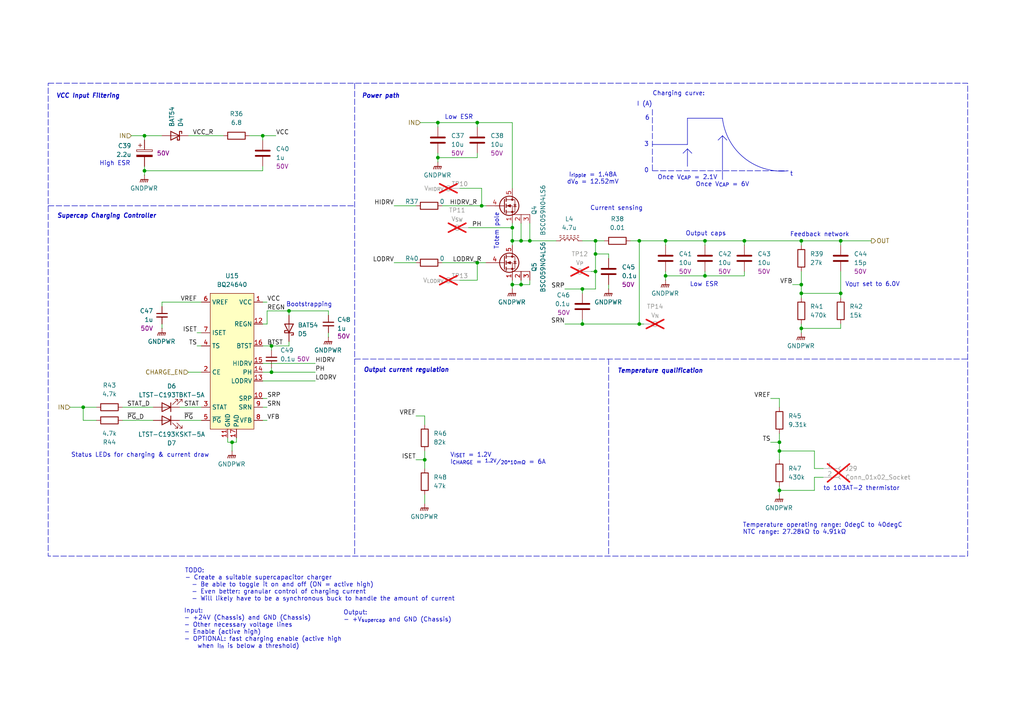
<source format=kicad_sch>
(kicad_sch (version 20250114) (generator "eeschema") (generator_version "9.0")
  (paper "A4")
  (title_block (title "Supercapacitor Charger") (date "2025-02-12") (rev "1") (company "UT Robomaster") (comment 1 "Robomaster"))
  (lib_symbols
    (symbol "! Robomaster ICs:BQ24640"
      (property "Reference" "U" (at 0 32.004 0))
      (property "Value" "BQ24640" (at 0 29.718 0))
      (symbol "BQ24640_1_1"
        (rectangle (start -6.35 27.94) (end 6.35 -11.43) (fill (type background)))
        (pin passive line (at -8.89 25.4 0) (length 2.54) (name "VREF") (number "6"))
        (pin input line (at -8.89 16.51 0) (length 2.54) (name "ISET") (number "7"))
        (pin input line (at -8.89 12.7 0) (length 2.54) (name "TS") (number "4"))
        (pin input line (at -8.89 5.08 0) (length 2.54) (name "CE") (number "2"))
        (pin open_collector line (at -8.89 -5.08 0) (length 2.54) (name "STAT") (number "3"))
        (pin open_collector line (at -8.89 -8.89 0) (length 2.54) (name "~{PG}") (number "5"))
        (pin power_in line (at -1.27 -13.97 90) (length 2.54) (name "GND") (number "11"))
        (pin passive line (at 1.27 -13.97 90) (length 2.54) (name "PAD") (number "17"))
        (pin power_in line (at 8.89 25.4 180) (length 2.54) (name "VCC") (number "1"))
        (pin passive line (at 8.89 19.05 180) (length 2.54) (name "REGN") (number "12"))
        (pin passive line (at 8.89 12.7 180) (length 2.54) (name "BTST") (number "16"))
        (pin output line (at 8.89 7.62 180) (length 2.54) (name "HIDRV") (number "15"))
        (pin power_out line (at 8.89 5.08 180) (length 2.54) (name "PH") (number "14"))
        (pin output line (at 8.89 2.54 180) (length 2.54) (name "LODRV") (number "13"))
        (pin passive line (at 8.89 -2.54 180) (length 2.54) (name "SRP") (number "10"))
        (pin passive line (at 8.89 -5.08 180) (length 2.54) (name "SRN") (number "9"))
        (pin input line (at 8.89 -8.89 180) (length 2.54) (name "VFB") (number "8"))
      )
    )
    (symbol "Connector:Conn_01x02_Socket" (pin_names (offset 1.016) (hide yes))
      (property "Reference" "J" (at 0 2.54 0))
      (property "Value" "Conn_01x02_Socket" (at 0 -5.08 0))
      (symbol "Conn_01x02_Socket_1_1"
        (polyline (pts (xy -1.27 0) (xy -0.508 0)) (stroke (width 0.1524)))
        (polyline (pts (xy -1.27 -2.54) (xy -0.508 -2.54)) (stroke (width 0.1524)))
        (arc (start 0 -0.508) (mid -0.5058 0) (end 0 0.508) (stroke (width 0.1524)))
        (arc (start 0 -3.048) (mid -0.5058 -2.54) (end 0 -2.032) (stroke (width 0.1524)))
        (pin passive line (at -5.08 0 0) (length 3.81) (name "Pin_1") (number "1"))
        (pin passive line (at -5.08 -2.54 0) (length 3.81) (name "Pin_2") (number "2"))
      )
    )
    (symbol "Connector:TestPoint" (pin_numbers (hide yes)) (pin_names (offset 0.762) (hide yes))
      (property "Reference" "TP" (at 0 6.858 0))
      (property "Value" "TestPoint" (at 0 5.08 0))
      (symbol "TestPoint_0_1"
        (circle (center 0 3.302) (radius 0.762))
      )
      (symbol "TestPoint_1_1"
        (pin passive line (at 0 0 90) (length 2.54) (name "1") (number "1"))
      )
    )
    (symbol "Device:C" (pin_numbers (hide yes)) (pin_names (offset 0.254))
      (property "Reference" "C" (at 0.635 2.54 0))
      (property "Value" "C" (at 0.635 -2.54 0))
      (symbol "C_0_1"
        (polyline (pts (xy -2.032 0.762) (xy 2.032 0.762)) (stroke (width 0.508)))
        (polyline (pts (xy -2.032 -0.762) (xy 2.032 -0.762)) (stroke (width 0.508)))
      )
      (symbol "C_1_1"
        (pin passive line (at 0 3.81 270) (length 2.794) (name "~") (number "1"))
        (pin passive line (at 0 -3.81 90) (length 2.794) (name "~") (number "2"))
      )
    )
    (symbol "Device:C_Polarized" (pin_numbers (hide yes)) (pin_names (offset 0.254))
      (property "Reference" "C" (at 0.635 2.54 0))
      (property "Value" "C_Polarized" (at 0.635 -2.54 0))
      (symbol "C_Polarized_0_1"
        (rectangle (start -2.286 0.508) (end 2.286 1.016))
        (polyline (pts (xy -1.778 2.286) (xy -0.762 2.286)))
        (polyline (pts (xy -1.27 2.794) (xy -1.27 1.778)))
        (rectangle (start 2.286 -0.508) (end -2.286 -1.016) (fill (type outline)))
      )
      (symbol "C_Polarized_1_1"
        (pin passive line (at 0 3.81 270) (length 2.794) (name "~") (number "1"))
        (pin passive line (at 0 -3.81 90) (length 2.794) (name "~") (number "2"))
      )
    )
    (symbol "Device:C_Small" (pin_numbers (hide yes)) (pin_names (offset 0.254) (hide yes))
      (property "Reference" "C" (at 0.254 1.778 0))
      (property "Value" "C_Small" (at 0.254 -2.032 0))
      (symbol "C_Small_0_1"
        (polyline (pts (xy -1.524 0.508) (xy 1.524 0.508)) (stroke (width 0.3048)))
        (polyline (pts (xy -1.524 -0.508) (xy 1.524 -0.508)) (stroke (width 0.3302)))
      )
      (symbol "C_Small_1_1"
        (pin passive line (at 0 2.54 270) (length 2.032) (name "~") (number "1"))
        (pin passive line (at 0 -2.54 90) (length 2.032) (name "~") (number "2"))
      )
    )
    (symbol "Device:D_Schottky" (pin_numbers (hide yes)) (pin_names (offset 1.016) (hide yes))
      (property "Reference" "D6" (at -0.3175 6.35 0))
      (property "Value" "BAT54" (at -0.3175 3.81 0))
      (symbol "D_Schottky_0_1"
        (polyline (pts (xy -1.905 0.635) (xy -1.905 1.27) (xy -1.27 1.27) (xy -1.27 -1.27) (xy -0.635 -1.27) (xy -0.635 -0.635)) (stroke (width 0.254)))
        (polyline (pts (xy 1.27 1.27) (xy 1.27 -1.27) (xy -1.27 0) (xy 1.27 1.27)) (stroke (width 0.254)))
        (polyline (pts (xy 1.27 0) (xy -1.27 0)))
      )
      (symbol "D_Schottky_1_1"
        (pin passive line (at -3.81 0 0) (length 2.54) (name "K") (number "3"))
        (pin passive line (at 3.81 0 180) (length 2.54) (name "A") (number "1"))
      )
    )
    (symbol "Device:LED" (pin_numbers (hide yes)) (pin_names (offset 1.016) (hide yes))
      (property "Reference" "D" (at 0 2.54 0))
      (property "Value" "LED" (at 0 -2.54 0))
      (symbol "LED_0_1"
        (polyline (pts (xy -3.048 -0.762) (xy -4.572 -2.286) (xy -3.81 -2.286) (xy -4.572 -2.286) (xy -4.572 -1.524)))
        (polyline (pts (xy -1.778 -0.762) (xy -3.302 -2.286) (xy -2.54 -2.286) (xy -3.302 -2.286) (xy -3.302 -1.524)))
        (polyline (pts (xy -1.27 0) (xy 1.27 0)))
        (polyline (pts (xy -1.27 -1.27) (xy -1.27 1.27)) (stroke (width 0.254)))
        (polyline (pts (xy 1.27 -1.27) (xy 1.27 1.27) (xy -1.27 0) (xy 1.27 -1.27)) (stroke (width 0.254)))
      )
      (symbol "LED_1_1"
        (pin passive line (at -3.81 0 0) (length 2.54) (name "K") (number "1"))
        (pin passive line (at 3.81 0 180) (length 2.54) (name "A") (number "2"))
      )
    )
    (symbol "Device:L_Ferrite" (pin_numbers (hide yes)) (pin_names (offset 1.016) (hide yes))
      (property "Reference" "L" (at -1.27 0 90))
      (property "Value" "L_Ferrite" (at 2.794 0 90))
      (symbol "L_Ferrite_0_1"
        (arc (start 0 2.54) (mid 0.6323 1.905) (end 0 1.27))
        (arc (start 0 1.27) (mid 0.6323 0.635) (end 0 0))
        (arc (start 0 0) (mid 0.6323 -0.635) (end 0 -1.27))
        (arc (start 0 -1.27) (mid 0.6323 -1.905) (end 0 -2.54))
        (polyline (pts (xy 1.016 2.286) (xy 1.016 2.794)))
        (polyline (pts (xy 1.016 1.27) (xy 1.016 1.778)))
        (polyline (pts (xy 1.016 0.254) (xy 1.016 0.762)))
        (polyline (pts (xy 1.016 -0.762) (xy 1.016 -0.254)))
        (polyline (pts (xy 1.016 -1.778) (xy 1.016 -1.27)))
        (polyline (pts (xy 1.016 -2.794) (xy 1.016 -2.286)))
        (polyline (pts (xy 1.524 2.794) (xy 1.524 2.286)))
        (polyline (pts (xy 1.524 1.778) (xy 1.524 1.27)))
        (polyline (pts (xy 1.524 0.762) (xy 1.524 0.254)))
        (polyline (pts (xy 1.524 -0.254) (xy 1.524 -0.762)))
        (polyline (pts (xy 1.524 -1.27) (xy 1.524 -1.778)))
        (polyline (pts (xy 1.524 -2.286) (xy 1.524 -2.794)))
      )
      (symbol "L_Ferrite_1_1"
        (pin passive line (at 0 3.81 270) (length 1.27) (name "1") (number "1"))
        (pin passive line (at 0 -3.81 90) (length 1.27) (name "2") (number "2"))
      )
    )
    (symbol "Device:R" (pin_numbers (hide yes)) (pin_names (offset 0))
      (property "Reference" "R" (at 2.032 0 90))
      (property "Value" "R" (at 0 0 90))
      (symbol "R_0_1"
        (rectangle (start -1.016 -2.54) (end 1.016 2.54) (stroke (width 0.254)))
      )
      (symbol "R_1_1"
        (pin passive line (at 0 3.81 270) (length 1.27) (name "~") (number "1"))
        (pin passive line (at 0 -3.81 90) (length 1.27) (name "~") (number "2"))
      )
    )
    (symbol "Transistor_FET:Q_NMOS_SGD" (pin_names (offset 0) (hide yes))
      (property "Reference" "Q4" (at 6.35 1.2701 0))
      (property "Value" "BSC059N04LS6" (at 6.35 -1.2699 0))
      (symbol "Q_NMOS_SGD_0_1"
        (polyline (pts (xy 0.254 1.905) (xy 0.254 -1.905)) (stroke (width 0.254)))
        (polyline (pts (xy 0.254 0) (xy -2.54 0)))
        (polyline (pts (xy 0.762 2.286) (xy 0.762 1.27)) (stroke (width 0.254)))
        (polyline (pts (xy 0.762 0.508) (xy 0.762 -0.508)) (stroke (width 0.254)))
        (polyline (pts (xy 0.762 -1.27) (xy 0.762 -2.286)) (stroke (width 0.254)))
        (polyline (pts (xy 0.762 -1.778) (xy 3.302 -1.778) (xy 3.302 1.778) (xy 0.762 1.778)))
        (polyline (pts (xy 1.016 0) (xy 2.032 0.381) (xy 2.032 -0.381) (xy 1.016 0)) (fill (type outline)))
        (circle (center 1.651 0) (radius 2.794) (stroke (width 0.254)))
        (polyline (pts (xy 2.54 2.54) (xy 2.54 1.778)))
        (circle (center 2.54 1.778) (radius 0.254) (fill (type outline)))
        (circle (center 2.54 -1.778) (radius 0.254) (fill (type outline)))
        (polyline (pts (xy 2.54 -2.54) (xy 2.54 0) (xy 0.762 0)))
        (polyline (pts (xy 2.921 0.381) (xy 3.683 0.381)))
        (polyline (pts (xy 3.302 0.381) (xy 2.921 -0.254) (xy 3.683 -0.254) (xy 3.302 0.381)))
        (polyline (pts (xy 7.62 -2.54) (xy 2.54 -2.54)))
      )
      (symbol "Q_NMOS_SGD_1_1"
        (pin input line (at -5.08 0 0) (length 5.08) (name "G") (number "4"))
        (pin passive line (at 2.54 5.08 270) (length 2.54) (name "D") (number "5"))
        (pin passive line (at 2.54 -5.08 90) (length 2.54) (name "S") (number "1"))
        (pin passive line (at 5.08 -5.08 90) (length 2.54) (name "S") (number "2"))
        (pin passive line (at 7.62 -5.08 90) (length 2.54) (name "S") (number "3"))
      )
    )
    (symbol "power:GNDPWR" (power) (pin_numbers (hide yes)) (pin_names (offset 0) (hide yes))
      (property "Value" "GNDPWR" (at 0 -3.302 0))
      (symbol "GNDPWR_0_1"
        (polyline (pts (xy -1.016 -1.27) (xy -1.27 -2.032) (xy -1.27 -2.032)) (stroke (width 0.2032)))
        (polyline (pts (xy -0.508 -1.27) (xy -0.762 -2.032) (xy -0.762 -2.032)) (stroke (width 0.2032)))
        (polyline (pts (xy 0 -1.27) (xy 0 0)))
        (polyline (pts (xy 0 -1.27) (xy -0.254 -2.032) (xy -0.254 -2.032)) (stroke (width 0.2032)))
        (polyline (pts (xy 0.508 -1.27) (xy 0.254 -2.032) (xy 0.254 -2.032)) (stroke (width 0.2032)))
        (polyline (pts (xy 1.016 -1.27) (xy -1.016 -1.27) (xy -1.016 -1.27)) (stroke (width 0.2032)))
        (polyline (pts (xy 1.016 -1.27) (xy 0.762 -2.032) (xy 0.762 -2.032) (xy 0.762 -2.032)) (stroke (width 0.2032)))
      )
      (symbol "GNDPWR_1_1"
        (pin power_in line (at 0 0 270) (length 0) (name "~") (number "1"))
      )
    )
  )
  (rectangle (start 13.97 24.13) (end 280.67 161.29) (stroke (width 0) (type dash)))
  (arc (start 228.6 49.53) (mid 215.9187 45.8554) (end 209.55 34.29))
  (text "Charging curve:" (at 189.23 27.94 0) (effects (font (size 1.27 1.27)) (justify left bottom)))
  (text "Current sensing" (at 178.816 61.214 0) (effects (font (size 1.27 1.27)) (justify bottom)))
  (text "Once V_{CAP} = 6V" (at 209.55 52.832 0) (effects (font (size 1.27 1.27)) (justify top)))
  (text "Totem pole" (at 144.78 67.056 90) (effects (font (size 1.27 1.27)) (justify bottom)))
  (text "3" (at 188.214 41.91 0) (effects (font (size 1.27 1.27)) (justify right)))
  (text "to 103AT-2 thermistor" (at 238.76 140.97 0) (effects (font (size 1.27 1.27)) (justify left top)))
  (text "TODO:\n- Create a suitable supercapacitor charger\n  - Be able to toggle it on and off (ON = active high)\n  - Even better: granular control of charging current\n  - Will likely have to be a synchronous buck to handle the amount of current" (at 53.594 164.846 0) (effects (font (size 1.27 1.27)) (justify left top)))
  (text "6" (at 188.468 34.29 0) (effects (font (size 1.27 1.27)) (justify right)))
  (text "Status LEDs for charging & current draw" (at 40.64 131.318 0) (effects (font (size 1.27 1.27)) (justify top)))
  (text "Low ESR" (at 133.096 34.798 0) (effects (font (size 1.27 1.27)) (justify bottom)))
  (text "Low ESR" (at 204.216 83.312 0) (effects (font (size 1.27 1.27)) (justify bottom)))
  (text "V_{OUT} set to 6.0V" (at 245.11 82.55 0) (effects (font (size 1.27 1.27)) (justify left)))
  (text "Temperature qualification" (at 179.07 106.934 0) (effects (font (size 1.27 1.27) (thickness 0.254) (bold yes) (italic yes)) (justify left top)))
  (text "I_{ripple} = 1.48A\ndV_{o} = 12.52mV" (at 171.958 51.816 0) (effects (font (size 1.27 1.27))))
  (text "Output caps" (at 204.724 68.58 0) (effects (font (size 1.27 1.27)) (justify bottom)))
  (text "Bootstrapping" (at 89.662 89.154 0) (effects (font (size 1.27 1.27)) (justify bottom)))
  (text "V_{ISET} = 1.2V\nI_{CHARGE} = ^{1.2V}/_{20*10mΩ} = 6A" (at 130.556 131.318 0) (effects (font (size 1.27 1.27)) (justify left top)))
  (text "Once V_{CAP} = 2.1V" (at 199.39 50.8 0) (effects (font (size 1.27 1.27)) (justify top)))
  (text "t" (at 229.108 49.784 0) (effects (font (size 1.27 1.27)) (justify left top)))
  (text "Input:\n- +24V (Chassis) and GND (Chassis)\n- Other necessary voltage lines\n- Enable (active high)\n- OPTIONAL: fast charging enable (active high \n    when I_{in} is below a threshold)" (at 53.34 176.53 0) (effects (font (size 1.27 1.27)) (justify left top)))
  (text "High ESR" (at 37.846 46.736 0) (effects (font (size 1.27 1.27)) (justify right top)))
  (text "Feedback network" (at 237.744 68.834 0) (effects (font (size 1.27 1.27)) (justify bottom)))
  (text "Output:\n- +V_{supercap} and GND (Chassis)" (at 99.568 177.038 0) (effects (font (size 1.27 1.27)) (justify left top)))
  (text "0" (at 188.214 49.53 0) (effects (font (size 1.27 1.27)) (justify right)))
  (text "Power path" (at 104.902 27.178 0) (effects (font (size 1.27 1.27) (thickness 0.254) (bold yes) (italic yes)) (justify left top)))
  (text "Supercap Charging Controller" (at 16.51 61.976 0) (effects (font (size 1.27 1.27) (thickness 0.254) (bold yes) (italic yes)) (justify left top)))
  (text "VCC Input Filtering" (at 16.256 27.178 0) (effects (font (size 1.27 1.27) (thickness 0.254) (bold yes) (italic yes)) (justify left top)))
  (text "Temperature operating range: 0degC to 40degC\nNTC range: 27.28kΩ to 4.91kΩ" (at 215.392 151.638 0) (effects (font (size 1.27 1.27)) (justify left top)))
  (text "I (A)" (at 189.23 30.988 0) (effects (font (size 1.27 1.27)) (justify right bottom)))
  (text "Output current regulation" (at 105.41 106.68 0) (effects (font (size 1.27 1.27) (thickness 0.254) (bold yes) (italic yes)) (justify left top)))
  (junction (at 41.91 39.37))
  (junction (at 215.9 69.85))
  (junction (at 232.41 95.25))
  (junction (at 123.19 133.35))
  (junction (at 168.91 83.82))
  (junction (at 185.42 93.98))
  (junction (at 153.67 69.85))
  (junction (at 151.13 69.85))
  (junction (at 232.41 85.09))
  (junction (at 172.72 78.74))
  (junction (at 193.04 69.85))
  (junction (at 172.72 69.85))
  (junction (at 24.13 118.11))
  (junction (at 232.41 82.55))
  (junction (at 67.31 128.27))
  (junction (at 204.47 80.01))
  (junction (at 226.06 142.24))
  (junction (at 226.06 128.27))
  (junction (at 76.2 39.37))
  (junction (at 232.41 69.85))
  (junction (at 172.72 73.66))
  (junction (at 83.82 90.17))
  (junction (at 41.91 49.53))
  (junction (at 78.74 107.95))
  (junction (at 204.47 69.85))
  (junction (at 243.84 85.09))
  (junction (at 138.43 35.56))
  (junction (at 127 35.56))
  (junction (at 139.7 59.69))
  (junction (at 78.74 100.33))
  (junction (at 193.04 80.01))
  (junction (at 148.59 82.55))
  (junction (at 151.13 82.55))
  (junction (at 148.59 66.04))
  (junction (at 226.06 130.81))
  (junction (at 185.42 69.85))
  (junction (at 168.91 93.98))
  (junction (at 127 45.72))
  (junction (at 148.59 69.85))
  (junction (at 138.43 76.2))
  (junction (at 243.84 69.85))
  (wire (pts (xy 226.06 133.35) (xy 226.06 130.81)))
  (wire (pts (xy 243.84 69.85) (xy 243.84 71.12)))
  (wire (pts (xy 38.1 39.37) (xy 41.91 39.37)))
  (wire (pts (xy 46.99 93.98) (xy 46.99 95.25)))
  (wire (pts (xy 127 35.56) (xy 127 36.83)))
  (wire (pts (xy 153.67 69.85) (xy 161.29 69.85)))
  (wire (pts (xy 78.74 100.33) (xy 76.2 100.33)))
  (wire (pts (xy 148.59 81.28) (xy 148.59 82.55)))
  (wire (pts (xy 232.41 85.09) (xy 232.41 82.55)))
  (wire (pts (xy 172.72 78.74) (xy 172.72 83.82)))
  (wire (pts (xy 204.47 69.85) (xy 204.47 71.12)))
  (wire (pts (xy 35.56 118.11) (xy 44.45 118.11)))
  (wire (pts (xy 76.2 48.26) (xy 76.2 49.53)))
  (wire (pts (xy 83.82 90.17) (xy 83.82 91.44)))
  (wire (pts (xy 138.43 36.83) (xy 138.43 35.56)))
  (wire (pts (xy 57.15 96.52) (xy 58.42 96.52)))
  (wire (pts (xy 226.06 143.51) (xy 226.06 142.24)))
  (wire (pts (xy 83.82 99.06) (xy 83.82 100.33)))
  (wire (pts (xy 168.91 83.82) (xy 172.72 83.82)))
  (wire (pts (xy 236.22 138.43) (xy 236.22 142.24)))
  (polyline (pts (xy 102.87 24.13) (xy 102.87 161.29)) (stroke (width 0) (type dash)))
  (wire (pts (xy 238.76 135.89) (xy 236.22 135.89)))
  (wire (pts (xy 148.59 69.85) (xy 151.13 69.85)))
  (wire (pts (xy 78.74 107.95) (xy 91.44 107.95)))
  (wire (pts (xy 123.19 120.65) (xy 120.65 120.65)))
  (polyline (pts (xy 189.23 31.75) (xy 189.23 49.53)) (stroke (width 0) (type dash)))
  (wire (pts (xy 41.91 39.37) (xy 46.99 39.37)))
  (wire (pts (xy 232.41 69.85) (xy 243.84 69.85)))
  (wire (pts (xy 243.84 78.74) (xy 243.84 85.09)))
  (wire (pts (xy 135.89 66.04) (xy 148.59 66.04)))
  (wire (pts (xy 78.74 100.33) (xy 78.74 101.6)))
  (wire (pts (xy 151.13 82.55) (xy 148.59 82.55)))
  (wire (pts (xy 77.47 115.57) (xy 76.2 115.57)))
  (wire (pts (xy 139.7 59.69) (xy 140.97 59.69)))
  (wire (pts (xy 24.13 118.11) (xy 27.94 118.11)))
  (wire (pts (xy 193.04 78.74) (xy 193.04 80.01)))
  (wire (pts (xy 232.41 85.09) (xy 232.41 86.36)))
  (wire (pts (xy 153.67 64.77) (xy 153.67 69.85)))
  (wire (pts (xy 76.2 39.37) (xy 80.01 39.37)))
  (wire (pts (xy 35.56 121.92) (xy 44.45 121.92)))
  (wire (pts (xy 95.25 91.44) (xy 95.25 90.17)))
  (wire (pts (xy 58.42 87.63) (xy 46.99 87.63)))
  (wire (pts (xy 243.84 85.09) (xy 232.41 85.09)))
  (wire (pts (xy 41.91 49.53) (xy 41.91 50.8)))
  (wire (pts (xy 151.13 81.28) (xy 151.13 82.55)))
  (polyline (pts (xy 189.23 41.91) (xy 199.39 41.91)))
  (wire (pts (xy 243.84 95.25) (xy 232.41 95.25)))
  (wire (pts (xy 123.19 123.19) (xy 123.19 120.65)))
  (wire (pts (xy 185.42 93.98) (xy 186.69 93.98)))
  (wire (pts (xy 123.19 146.05) (xy 123.19 143.51)))
  (wire (pts (xy 138.43 35.56) (xy 148.59 35.56)))
  (wire (pts (xy 204.47 69.85) (xy 215.9 69.85)))
  (wire (pts (xy 148.59 69.85) (xy 148.59 66.04)))
  (wire (pts (xy 185.42 69.85) (xy 185.42 93.98)))
  (wire (pts (xy 76.2 39.37) (xy 76.2 40.64)))
  (wire (pts (xy 127 35.56) (xy 138.43 35.56)))
  (wire (pts (xy 226.06 128.27) (xy 226.06 125.73)))
  (wire (pts (xy 215.9 69.85) (xy 215.9 71.12)))
  (wire (pts (xy 76.2 107.95) (xy 78.74 107.95)))
  (polyline (pts (xy 176.53 104.14) (xy 176.53 161.29)) (stroke (width 0) (type dash)))
  (wire (pts (xy 77.47 93.98) (xy 76.2 93.98)))
  (wire (pts (xy 215.9 69.85) (xy 232.41 69.85)))
  (wire (pts (xy 128.27 59.69) (xy 139.7 59.69)))
  (wire (pts (xy 41.91 39.37) (xy 41.91 40.64)))
  (wire (pts (xy 226.06 142.24) (xy 226.06 140.97)))
  (polyline (pts (xy 199.39 41.91) (xy 199.39 34.29)))
  (wire (pts (xy 78.74 106.68) (xy 78.74 107.95)))
  (wire (pts (xy 151.13 64.77) (xy 151.13 69.85)))
  (polyline (pts (xy 199.39 43.18) (xy 200.66 44.45)))
  (wire (pts (xy 182.88 69.85) (xy 185.42 69.85)))
  (wire (pts (xy 215.9 78.74) (xy 215.9 80.01)))
  (wire (pts (xy 77.47 118.11) (xy 76.2 118.11)))
  (wire (pts (xy 232.41 95.25) (xy 232.41 96.52)))
  (wire (pts (xy 46.99 87.63) (xy 46.99 88.9)))
  (wire (pts (xy 172.72 69.85) (xy 175.26 69.85)))
  (wire (pts (xy 193.04 69.85) (xy 193.04 71.12)))
  (polyline (pts (xy 189.23 49.53) (xy 228.6 49.53)) (stroke (width 0) (type dash)))
  (wire (pts (xy 168.91 69.85) (xy 172.72 69.85)))
  (wire (pts (xy 193.04 69.85) (xy 204.47 69.85)))
  (wire (pts (xy 243.84 69.85) (xy 252.73 69.85)))
  (wire (pts (xy 176.53 82.55) (xy 176.53 83.82)))
  (wire (pts (xy 229.87 82.55) (xy 232.41 82.55)))
  (wire (pts (xy 121.92 35.56) (xy 127 35.56)))
  (wire (pts (xy 139.7 54.61) (xy 139.7 59.69)))
  (wire (pts (xy 236.22 135.89) (xy 236.22 130.81)))
  (wire (pts (xy 127 45.72) (xy 127 46.99)))
  (wire (pts (xy 83.82 90.17) (xy 95.25 90.17)))
  (wire (pts (xy 172.72 69.85) (xy 172.72 73.66)))
  (wire (pts (xy 153.67 82.55) (xy 151.13 82.55)))
  (wire (pts (xy 114.3 76.2) (xy 120.65 76.2)))
  (wire (pts (xy 151.13 69.85) (xy 153.67 69.85)))
  (wire (pts (xy 193.04 80.01) (xy 204.47 80.01)))
  (wire (pts (xy 133.35 81.28) (xy 138.43 81.28)))
  (wire (pts (xy 57.15 100.33) (xy 58.42 100.33)))
  (wire (pts (xy 185.42 69.85) (xy 193.04 69.85)))
  (wire (pts (xy 148.59 35.56) (xy 148.59 54.61)))
  (wire (pts (xy 77.47 87.63) (xy 76.2 87.63)))
  (wire (pts (xy 77.47 121.92) (xy 76.2 121.92)))
  (polyline (pts (xy 13.97 59.69) (xy 102.87 59.69)) (stroke (width 0) (type dash)))
  (wire (pts (xy 204.47 78.74) (xy 204.47 80.01)))
  (wire (pts (xy 67.31 128.27) (xy 68.58 128.27)))
  (wire (pts (xy 148.59 82.55) (xy 148.59 83.82)))
  (wire (pts (xy 163.83 83.82) (xy 168.91 83.82)))
  (wire (pts (xy 20.32 118.11) (xy 24.13 118.11)))
  (polyline (pts (xy 209.55 39.37) (xy 210.82 40.64)))
  (wire (pts (xy 176.53 73.66) (xy 172.72 73.66)))
  (wire (pts (xy 67.31 128.27) (xy 67.31 130.81)))
  (wire (pts (xy 76.2 110.49) (xy 91.44 110.49)))
  (wire (pts (xy 232.41 93.98) (xy 232.41 95.25)))
  (wire (pts (xy 232.41 69.85) (xy 232.41 71.12)))
  (wire (pts (xy 52.07 118.11) (xy 58.42 118.11)))
  (polyline (pts (xy 209.55 39.37) (xy 209.55 52.07)))
  (polyline (pts (xy 208.28 40.64) (xy 209.55 39.37)))
  (wire (pts (xy 66.04 128.27) (xy 66.04 127)))
  (wire (pts (xy 226.06 118.11) (xy 226.06 115.57)))
  (wire (pts (xy 123.19 133.35) (xy 123.19 130.81)))
  (wire (pts (xy 127 45.72) (xy 138.43 45.72)))
  (wire (pts (xy 114.3 59.69) (xy 120.65 59.69)))
  (wire (pts (xy 215.9 80.01) (xy 204.47 80.01)))
  (wire (pts (xy 76.2 49.53) (xy 41.91 49.53)))
  (polyline (pts (xy 102.87 104.14) (xy 280.67 104.14)) (stroke (width 0) (type dash)))
  (wire (pts (xy 54.61 39.37) (xy 64.77 39.37)))
  (polyline (pts (xy 199.39 34.29) (xy 209.55 34.29)))
  (wire (pts (xy 52.07 121.92) (xy 58.42 121.92)))
  (wire (pts (xy 133.35 54.61) (xy 139.7 54.61)))
  (wire (pts (xy 226.06 130.81) (xy 226.06 128.27)))
  (wire (pts (xy 83.82 100.33) (xy 78.74 100.33)))
  (wire (pts (xy 41.91 48.26) (xy 41.91 49.53)))
  (wire (pts (xy 54.61 107.95) (xy 58.42 107.95)))
  (wire (pts (xy 226.06 115.57) (xy 223.52 115.57)))
  (wire (pts (xy 238.76 138.43) (xy 236.22 138.43)))
  (wire (pts (xy 172.72 73.66) (xy 172.72 78.74)))
  (wire (pts (xy 123.19 135.89) (xy 123.19 133.35)))
  (wire (pts (xy 176.53 74.93) (xy 176.53 73.66)))
  (wire (pts (xy 232.41 78.74) (xy 232.41 82.55)))
  (wire (pts (xy 66.04 128.27) (xy 67.31 128.27)))
  (wire (pts (xy 171.45 78.74) (xy 172.72 78.74)))
  (wire (pts (xy 148.59 66.04) (xy 148.59 64.77)))
  (wire (pts (xy 168.91 92.71) (xy 168.91 93.98)))
  (wire (pts (xy 168.91 83.82) (xy 168.91 85.09)))
  (wire (pts (xy 163.83 93.98) (xy 168.91 93.98)))
  (wire (pts (xy 138.43 76.2) (xy 140.97 76.2)))
  (wire (pts (xy 127 44.45) (xy 127 45.72)))
  (wire (pts (xy 138.43 81.28) (xy 138.43 76.2)))
  (wire (pts (xy 128.27 76.2) (xy 138.43 76.2)))
  (wire (pts (xy 77.47 90.17) (xy 83.82 90.17)))
  (wire (pts (xy 95.25 96.52) (xy 95.25 97.79)))
  (wire (pts (xy 223.52 128.27) (xy 226.06 128.27)))
  (wire (pts (xy 24.13 118.11) (xy 24.13 121.92)))
  (wire (pts (xy 153.67 81.28) (xy 153.67 82.55)))
  (wire (pts (xy 236.22 130.81) (xy 226.06 130.81)))
  (wire (pts (xy 68.58 127) (xy 68.58 128.27)))
  (wire (pts (xy 120.65 133.35) (xy 123.19 133.35)))
  (wire (pts (xy 243.84 93.98) (xy 243.84 95.25)))
  (wire (pts (xy 168.91 93.98) (xy 185.42 93.98)))
  (wire (pts (xy 77.47 90.17) (xy 77.47 93.98)))
  (wire (pts (xy 72.39 39.37) (xy 76.2 39.37)))
  (polyline (pts (xy 198.12 44.45) (xy 199.39 43.18)))
  (wire (pts (xy 236.22 142.24) (xy 226.06 142.24)))
  (wire (pts (xy 148.59 71.12) (xy 148.59 69.85)))
  (wire (pts (xy 193.04 80.01) (xy 193.04 81.28)))
  (wire (pts (xy 138.43 45.72) (xy 138.43 44.45)))
  (wire (pts (xy 243.84 85.09) (xy 243.84 86.36)))
  (wire (pts (xy 76.2 105.41) (xy 91.44 105.41)))
  (wire (pts (xy 24.13 121.92) (xy 27.94 121.92)))
  (polyline (pts (xy 199.39 43.18) (xy 199.39 48.26)))
  (label "HIDRV" (at 91.44 105.41 0))
  (label "PH" (at 91.44 107.95 0))
  (label "LODRV" (at 114.3 76.2 180))
  (label "SRP" (at 77.47 115.57 0))
  (label "HIDRV" (at 114.3 59.69 180))
  (label "STAT" (at 53.34 118.11 0))
  (label "TS" (at 223.52 128.27 180))
  (label "PH" (at 139.7 66.04 180))
  (label "~{PG}" (at 53.34 121.92 0))
  (label "VCC" (at 80.01 39.37 0))
  (label "ISET" (at 57.15 96.52 180))
  (label "REGN" (at 77.47 90.17 0))
  (label "LODRV" (at 91.44 110.49 0))
  (label "VCC" (at 77.47 87.63 0))
  (label "HIDRV_R" (at 138.43 59.69 180))
  (label "VFB" (at 229.87 82.55 180))
  (label "TS" (at 57.15 100.33 180))
  (label "LODRV_R" (at 139.7 76.2 180))
  (label "VREF" (at 120.65 120.65 180))
  (label "VFB" (at 77.47 121.92 0))
  (label "SRN" (at 77.47 118.11 0))
  (label "VREF" (at 57.15 87.63 180))
  (label "SRN" (at 163.83 93.98 180))
  (label "VCC_R" (at 55.88 39.37 0))
  (label "VREF" (at 223.52 115.57 180))
  (label "SRP" (at 163.83 83.82 180) (effects (font (thickness 0.1588))))
  (label "BTST" (at 77.47 100.33 0))
  (label "~{PG}_D" (at 36.83 121.92 0))
  (label "STAT_D" (at 36.83 118.11 0))
  (label "ISET" (at 120.65 133.35 180))
  (hierarchical_label "OUT" (shape output) (at 252.73 69.85 0))
  (hierarchical_label "IN" (shape input) (at 121.92 35.56 180))
  (hierarchical_label "IN" (shape input) (at 20.32 118.11 180))
  (hierarchical_label "CHARGE_EN" (shape input) (at 54.61 107.95 180))
  (hierarchical_label "IN" (shape input) (at 38.1 39.37 180))
  (symbol (lib_id "Device:D_Schottky") (at 83.82 95.25 270) (mirror x) (unit 1)
    (property "Reference" "D5" (at 86.36 96.8376 90) (effects (justify left)))
    (property "Value" "BAT54" (at 86.36 94.2976 90) (effects (justify left)))
    (property "Footprint" "Package_TO_SOT_SMD:SOT-23_Handsoldering" (effects (hide yes)))
    (property "Datasheet" "https://www.mouser.com/datasheet/2/1057/BAT54_SERIES-1868856.pdf" (effects (hide yes)))
    (property "Description" "Schottky diode" (effects (hide yes)))
    (property "Mouser Part Number" "241-BAT54_R1_00001" (effects (hide yes)))
  )
  (symbol (lib_id "Device:R") (at 232.41 74.93 0) (unit 1)
    (property "Reference" "R39" (at 234.95 73.6599 0) (effects (justify left)))
    (property "Value" "27k" (at 234.95 76.1999 0) (effects (justify left)))
    (property "Footprint" "Resistor_SMD:R_0603_1608Metric_Pad0.98x0.95mm_HandSolder" (effects (hide yes)))
    (property "Description" "Resistor" (effects (hide yes)))
    (property "Mouser Part Number" "660-RN73H1JTD2702B25" (effects (hide yes)))
  )
  (symbol (lib_id "power:GNDPWR") (at 193.04 81.28 0) (unit 1)
    (property "Reference" "#PWR098" (effects (hide yes)))
    (property "Value" "GNDPWR" (at 192.913 85.09 0))
    (property "Description" "Power symbol creates a global label with name \"GNDPWR\" , global ground" (effects (hide yes)))
  )
  (symbol (lib_id "Device:C") (at 204.47 74.93 0) (unit 1)
    (property "Reference" "C42" (at 208.28 73.6599 0) (effects (justify left)))
    (property "Value" "10u" (at 208.28 76.1999 0) (effects (justify left)))
    (property "Footprint" "Capacitor_SMD:C_1206_3216Metric_Pad1.33x1.80mm_HandSolder" (effects (hide yes)))
    (property "Datasheet" "https://www.mouser.com/datasheet/2/585/MLCC-1837944.pdf" (effects (hide yes)))
    (property "Description" "Unpolarized capacitor" (effects (hide yes)))
    (property "Mouser Part Number" "187-CL31A106KBHNNNE" (effects (hide yes)))
    (property "Voltage Rating" "50V" (at 208.28 78.74 0) (effects (justify left)))
  )
  (symbol (lib_id "Transistor_FET:Q_NMOS_SGD") (at 146.05 59.69 0) (unit 1)
    (property "Reference" "Q4" (at 154.94 60.96 90))
    (property "Value" "BSC059N04LS6" (at 157.48 60.96 90))
    (property "Footprint" "Package_SON:Infineon_PG-TDSON-8_6.15x5.15mm" (effects (hide yes)))
    (property "Datasheet" "https://www.mouser.com/datasheet/2/196/Infineon_BSC059N04LS6_DataSheet_v02_01_EN-3360636.pdf" (effects (hide yes)))
    (property "Description" "N-MOSFET transistor, source/gate/drain" (effects (hide yes)))
    (property "Mouser Part Number" "726-BSC059N04LS6ATMA" (effects (hide yes)))
  )
  (symbol (lib_id "Device:R") (at 226.06 137.16 0) (unit 1)
    (property "Reference" "R47" (at 228.6 135.8899 0) (effects (justify left)))
    (property "Value" "430k" (at 228.6 138.4299 0) (effects (justify left)))
    (property "Footprint" "Resistor_SMD:R_0603_1608Metric_Pad0.98x0.95mm_HandSolder" (effects (hide yes)))
    (property "Description" "Resistor" (effects (hide yes)))
    (property "Mouser Part Number" "603-RT0603FRE07430KL" (effects (hide yes)))
  )
  (symbol (lib_id "power:GNDPWR") (at 95.25 97.79 0) (unit 1)
    (property "Reference" "#PWR0103" (effects (hide yes)))
    (property "Value" "GNDPWR" (at 95.123 101.6 0))
    (property "Description" "Power symbol creates a global label with name \"GNDPWR\" , global ground" (effects (hide yes)))
  )
  (symbol (lib_id "Device:LED") (at 48.26 121.92 0) (mirror y) (unit 1)
    (property "Reference" "D7" (at 49.784 128.524 0))
    (property "Value" "LTST-C193KSKT-5A" (at 49.784 125.984 0))
    (property "Footprint" "LED_SMD:LED_0603_1608Metric_Pad1.05x0.95mm_HandSolder" (effects (hide yes)))
    (property "Datasheet" "https://www.mouser.com/datasheet/2/239/Lite-On-LTST-C193KSKT-5A-1175258.pdf" (effects (hide yes)))
    (property "Description" "Light emitting diode" (effects (hide yes)))
    (property "Mouser Part Number" "859-LTSTC193KSKT5A" (effects (hide yes)))
  )
  (symbol (lib_id "power:GNDPWR") (at 123.19 146.05 0) (unit 1)
    (property "Reference" "#PWR0106" (effects (hide yes)))
    (property "Value" "GNDPWR" (at 123.063 149.86 0))
    (property "Description" "Power symbol creates a global label with name \"GNDPWR\" , global ground" (effects (hide yes)))
  )
  (symbol (lib_id "! Robomaster ICs:BQ24640") (at 67.31 113.03 0) (unit 1)
    (property "Reference" "U15" (at 67.31 80.01 0))
    (property "Value" "BQ24640" (at 67.31 82.55 0))
    (property "Footprint" "! Robomaster ICs:QFN50P350X350X100-17N-D" (effects (hide yes)))
    (property "Datasheet" "https://www.ti.com/lit/gpn/bq24640" (effects (hide yes)))
    (property "Description" "Standalone 1-8 cell Buck battery charge controller for super capacitor" (effects (hide yes)))
    (property "Mouser Part Number" "595-BQ24640RVAR" (effects (hide yes)))
  )
  (symbol (lib_id "power:GNDPWR") (at 226.06 143.51 0) (unit 1)
    (property "Reference" "#PWR0105" (effects (hide yes)))
    (property "Value" "GNDPWR" (at 225.933 147.32 0))
    (property "Description" "Power symbol creates a global label with name \"GNDPWR\" , global ground" (effects (hide yes)))
  )
  (symbol (lib_id "Device:R") (at 124.46 59.69 90) (unit 1)
    (property "Reference" "R37" (at 121.412 59.182 90) (effects (justify left top)))
    (property "Value" "0" (at 127.508 59.182 90) (effects (justify right top)))
    (property "Footprint" "Resistor_SMD:R_0603_1608Metric_Pad0.98x0.95mm_HandSolder" (effects (hide yes)))
    (property "Description" "Resistor" (effects (hide yes)))
    (property "Mouser Part Number" "660-RK73Z1JTTDD" (effects (hide yes)))
  )
  (symbol (lib_id "Device:C") (at 215.9 74.93 0) (unit 1)
    (property "Reference" "C43" (at 219.71 73.6599 0) (effects (justify left)))
    (property "Value" "10u" (at 219.71 76.1999 0) (effects (justify left)))
    (property "Footprint" "Capacitor_SMD:C_1206_3216Metric_Pad1.33x1.80mm_HandSolder" (effects (hide yes)))
    (property "Datasheet" "https://www.mouser.com/datasheet/2/585/MLCC-1837944.pdf" (effects (hide yes)))
    (property "Description" "Unpolarized capacitor" (effects (hide yes)))
    (property "Mouser Part Number" "187-CL31A106KBHNNNE" (effects (hide yes)))
    (property "Voltage Rating" "50V" (at 219.71 78.74 0) (effects (justify left)))
  )
  (symbol (lib_id "Device:R") (at 68.58 39.37 90) (unit 1)
    (property "Reference" "R36" (at 68.58 33.02 90))
    (property "Value" "6.8" (at 68.58 35.56 90))
    (property "Footprint" "Resistor_SMD:R_0805_2012Metric_Pad1.20x1.40mm_HandSolder" (effects (hide yes)))
    (property "Description" "Resistor" (effects (hide yes)))
    (property "Mouser Part Number" "660-RK73B2ATTD6R8J" (effects (hide yes)))
  )
  (symbol (lib_id "Device:R") (at 31.75 121.92 90) (mirror x) (unit 1)
    (property "Reference" "R44" (at 31.75 128.27 90))
    (property "Value" "4.7k" (at 31.75 125.73 90))
    (property "Footprint" "Resistor_SMD:R_0603_1608Metric_Pad0.98x0.95mm_HandSolder" (effects (hide yes)))
    (property "Description" "Resistor" (effects (hide yes)))
    (property "Mouser Part Number" "660-RN73R1JTD4701F50" (effects (hide yes)))
  )
  (symbol (lib_id "Device:C_Small") (at 95.25 93.98 0) (unit 1)
    (property "Reference" "C48" (at 97.79 92.7162 0) (effects (justify left)))
    (property "Value" "1u" (at 97.79 95.2562 0) (effects (justify left)))
    (property "Footprint" "Capacitor_SMD:C_0603_1608Metric_Pad1.08x0.95mm_HandSolder" (effects (hide yes)))
    (property "Datasheet" "https://www.mouser.com/datasheet/2/447/KEM_C1006_X5R_SMD-3316465.pdf" (effects (hide yes)))
    (property "Description" "Unpolarized capacitor, small symbol" (effects (hide yes)))
    (property "Mouser Part Number" "963-UMK107BJ105KA-T" (effects (hide yes)))
    (property "Voltage Rating" "50V" (at 97.79 97.536 0) (effects (justify left)))
  )
  (symbol (lib_id "Device:D_Schottky") (at 50.8 39.37 0) (mirror y) (unit 1)
    (property "Reference" "D4" (at 52.3876 36.83 90) (effects (justify left)))
    (property "Value" "BAT54" (at 49.8476 36.83 90) (effects (justify left)))
    (property "Footprint" "Package_TO_SOT_SMD:SOT-23_Handsoldering" (effects (hide yes)))
    (property "Datasheet" "https://www.mouser.com/datasheet/2/1057/BAT54_SERIES-1868856.pdf" (effects (hide yes)))
    (property "Description" "Schottky diode" (effects (hide yes)))
    (property "Mouser Part Number" "241-BAT54_R1_00001" (effects (hide yes)))
  )
  (symbol (lib_id "Device:R") (at 243.84 90.17 0) (unit 1)
    (property "Reference" "R42" (at 246.38 88.8999 0) (effects (justify left)))
    (property "Value" "15k" (at 246.38 91.4399 0) (effects (justify left)))
    (property "Footprint" "Resistor_SMD:R_0603_1608Metric_Pad0.98x0.95mm_HandSolder" (effects (hide yes)))
    (property "Description" "Resistor" (effects (hide yes)))
    (property "Mouser Part Number" "603-RT0603FRE1315KL" (effects (hide yes)))
  )
  (symbol (lib_id "power:GNDPWR") (at 67.31 130.81 0) (unit 1)
    (property "Reference" "#PWR0104" (effects (hide yes)))
    (property "Value" "GNDPWR" (at 67.183 134.62 0))
    (property "Description" "Power symbol creates a global label with name \"GNDPWR\" , global ground" (effects (hide yes)))
  )
  (symbol (lib_id "Transistor_FET:Q_NMOS_SGD") (at 146.05 76.2 0) (unit 1)
    (property "Reference" "Q5" (at 154.94 77.47 90))
    (property "Value" "BSC059N04LS6" (at 157.48 77.47 90))
    (property "Footprint" "Package_SON:Infineon_PG-TDSON-8_6.15x5.15mm" (effects (hide yes)))
    (property "Datasheet" "https://www.mouser.com/datasheet/2/196/Infineon_BSC059N04LS6_DataSheet_v02_01_EN-3360636.pdf" (effects (hide yes)))
    (property "Description" "N-MOSFET transistor, source/gate/drain" (effects (hide yes)))
    (property "Mouser Part Number" "726-BSC059N04LS6ATMA" (effects (hide yes)))
  )
  (symbol (lib_id "Device:C_Polarized") (at 41.91 44.45 0) (unit 1)
    (property "Reference" "C39" (at 38.1 42.2909 0) (effects (justify right)))
    (property "Value" "2.2u" (at 38.1 44.8309 0) (effects (justify right)))
    (property "Footprint" "Capacitor_THT:C_Radial_D5.0mm_H11.0mm_P2.00mm" (effects (hide yes)))
    (property "Description" "Polarized capacitor" (effects (hide yes)))
    (property "Mouser Part Number" "710-860010672006" (effects (hide yes)))
    (property "Voltage Rating" "50V" (at 45.466 44.45 0) (effects (justify left)))
  )
  (symbol (lib_id "Device:LED") (at 48.26 118.11 180) (unit 1)
    (property "Reference" "D6" (at 49.784 112.014 0))
    (property "Value" "LTST-C193TBKT-5A" (at 49.784 114.554 0))
    (property "Footprint" "LED_SMD:LED_0603_1608Metric_Pad1.05x0.95mm_HandSolder" (effects (hide yes)))
    (property "Datasheet" "https://www.mouser.com/datasheet/2/239/Lite-On-LTST-C193TBKT-5A-1175300.pdf" (effects (hide yes)))
    (property "Description" "Light emitting diode" (effects (hide yes)))
    (property "Mouser Part Number" "859-LTSTC193TBKT5A" (effects (hide yes)))
  )
  (symbol (lib_id "Device:C") (at 193.04 74.93 0) (unit 1)
    (property "Reference" "C41" (at 196.85 73.6599 0) (effects (justify left)))
    (property "Value" "10u" (at 196.85 76.1999 0) (effects (justify left)))
    (property "Footprint" "Capacitor_SMD:C_1206_3216Metric_Pad1.33x1.80mm_HandSolder" (effects (hide yes)))
    (property "Datasheet" "https://www.mouser.com/datasheet/2/585/MLCC-1837944.pdf" (effects (hide yes)))
    (property "Description" "Unpolarized capacitor" (effects (hide yes)))
    (property "Mouser Part Number" "187-CL31A106KBHNNNE" (effects (hide yes)))
    (property "Voltage Rating" "50V" (at 196.85 78.74 0) (effects (justify left)))
  )
  (symbol (lib_id "Device:R") (at 124.46 76.2 90) (unit 1)
    (property "Reference" "R40" (at 121.412 75.692 90) (effects (justify left top)))
    (property "Value" "0" (at 127.508 75.692 90) (effects (justify right top)))
    (property "Footprint" "Resistor_SMD:R_0603_1608Metric_Pad0.98x0.95mm_HandSolder" (effects (hide yes)))
    (property "Description" "Resistor" (effects (hide yes)))
    (property "Mouser Part Number" "660-RK73Z1JTTDD" (effects (hide yes)))
  )
  (symbol (lib_id "Connector:Conn_01x02_Socket") (at 243.84 135.89 0) (unit 1) (dnp yes)
    (property "Reference" "J29" (at 245.11 135.8899 0) (effects (justify left)))
    (property "Value" "Conn_01x02_Socket" (at 245.11 138.4299 0) (effects (justify left)))
    (property "Footprint" "Connector_PinSocket_2.00mm:PinSocket_1x02_P2.00mm_Vertical" (effects (hide yes)))
    (property "Description" "Generic connector, single row, 01x02, script generated" (effects (hide yes)))
  )
  (symbol (lib_id "Device:C_Small") (at 46.99 91.44 0) (mirror y) (unit 1)
    (property "Reference" "C47" (at 44.45 90.1762 0) (effects (justify left)))
    (property "Value" "1u" (at 44.45 92.7162 0) (effects (justify left)))
    (property "Footprint" "Capacitor_SMD:C_0603_1608Metric_Pad1.08x0.95mm_HandSolder" (effects (hide yes)))
    (property "Datasheet" "https://www.mouser.com/datasheet/2/447/KEM_C1006_X5R_SMD-3316465.pdf" (effects (hide yes)))
    (property "Description" "Unpolarized capacitor, small symbol" (effects (hide yes)))
    (property "Mouser Part Number" "963-UMK107BJ105KA-T" (effects (hide yes)))
    (property "Voltage Rating" "50V" (at 44.45 95.25 0) (effects (justify left)))
  )
  (symbol (lib_id "Device:R") (at 123.19 139.7 0) (unit 1)
    (property "Reference" "R48" (at 125.73 138.4299 0) (effects (justify left)))
    (property "Value" "47k" (at 125.73 140.9699 0) (effects (justify left)))
    (property "Footprint" "Resistor_SMD:R_0603_1608Metric_Pad0.98x0.95mm_HandSolder" (effects (hide yes)))
    (property "Description" "Resistor" (effects (hide yes)))
    (property "Mouser Part Number" "603-RC0603FR-1047KL" (effects (hide yes)))
  )
  (symbol (lib_id "Device:R") (at 226.06 121.92 0) (unit 1)
    (property "Reference" "R45" (at 228.6 120.6499 0) (effects (justify left)))
    (property "Value" "9.31k" (at 228.6 123.1899 0) (effects (justify left)))
    (property "Footprint" "Resistor_SMD:R_0603_1608Metric_Pad0.98x0.95mm_HandSolder" (effects (hide yes)))
    (property "Description" "Resistor" (effects (hide yes)))
    (property "Mouser Part Number" "603-RT0603DRE079K31L" (effects (hide yes)))
  )
  (symbol (lib_id "Device:R") (at 123.19 127 0) (unit 1)
    (property "Reference" "R46" (at 125.73 125.7299 0) (effects (justify left)))
    (property "Value" "82k" (at 125.73 128.2699 0) (effects (justify left)))
    (property "Footprint" "Resistor_SMD:R_0603_1608Metric_Pad0.98x0.95mm_HandSolder" (effects (hide yes)))
    (property "Description" "Resistor" (effects (hide yes)))
    (property "Mouser Part Number" "603-RT0603FRE0782KL" (effects (hide yes)))
  )
  (symbol (lib_id "power:GNDPWR") (at 46.99 95.25 0) (unit 1)
    (property "Reference" "#PWR0101" (effects (hide yes)))
    (property "Value" "GNDPWR" (at 46.863 99.06 0))
    (property "Description" "Power symbol creates a global label with name \"GNDPWR\" , global ground" (effects (hide yes)))
  )
  (symbol (lib_id "Device:L_Ferrite") (at 165.1 69.85 90) (unit 1)
    (property "Reference" "L4" (at 165.1 63.5 90))
    (property "Value" "4.7u" (at 165.1 66.04 90))
    (property "Footprint" "Inductor_SMD:L_Bourns_SRN8040TA" (effects (hide yes)))
    (property "Datasheet" "https://www.mouser.com/datasheet/2/54/srn8040ta-1391519.pdf" (effects (hide yes)))
    (property "Description" "Inductor with ferrite core" (effects (hide yes)))
    (property "Mouser Part Number" "652-SRN8040TA-4R7M" (effects (hide yes)))
  )
  (symbol (lib_id "Device:R") (at 179.07 69.85 90) (unit 1)
    (property "Reference" "R38" (at 179.07 63.5 90))
    (property "Value" "0.01" (at 179.07 66.04 90))
    (property "Footprint" "Resistor_SMD:R_0612_1632Metric_Pad1.18x3.40mm_HandSolder" (effects (hide yes)))
    (property "Datasheet" "https://www.mouser.com/datasheet/2/54/bourns_02112019_CFG-1531776.pdf" (effects (hide yes)))
    (property "Description" "Resistor" (effects (hide yes)))
    (property "Mouser Part Number" "652-CFG0612FXR010ELF" (effects (hide yes)))
  )
  (symbol (lib_id "power:GNDPWR") (at 232.41 96.52 0) (unit 1)
    (property "Reference" "#PWR0102" (effects (hide yes)))
    (property "Value" "GNDPWR" (at 232.283 100.33 0))
    (property "Description" "Power symbol creates a global label with name \"GNDPWR\" , global ground" (effects (hide yes)))
  )
  (symbol (lib_id "Connector:TestPoint") (at 133.35 81.28 90) (unit 1) (dnp yes)
    (property "Reference" "TP13" (at 133.35 80.01 90))
    (property "Value" "V_{LODRV}" (at 128.778 81.28 90) (effects (justify left)))
    (property "Footprint" "TestPoint:TestPoint_Bridge_Pitch2.0mm_Drill0.7mm" (effects (hide yes)))
    (property "Description" "test point" (effects (hide yes)))
  )
  (symbol (lib_id "Device:C") (at 168.91 88.9 0) (mirror y) (unit 1)
    (property "Reference" "C46" (at 165.354 85.598 0) (effects (justify left)))
    (property "Value" "0.1u" (at 165.354 88.138 0) (effects (justify left)))
    (property "Footprint" "Capacitor_SMD:C_0603_1608Metric_Pad1.08x0.95mm_HandSolder" (effects (hide yes)))
    (property "Datasheet" "https://www.mouser.com/datasheet/2/40/KGM_X7R-3223212.pdf" (effects (hide yes)))
    (property "Description" "Unpolarized capacitor" (effects (hide yes)))
    (property "Mouser Part Number" "581-KGM15BR71H104JT" (effects (hide yes)))
    (property "Voltage Rating" "50V" (at 165.354 90.6781 0) (effects (justify left)))
  )
  (symbol (lib_id "Device:C") (at 176.53 78.74 0) (unit 1)
    (property "Reference" "C45" (at 180.34 77.4699 0) (effects (justify left)))
    (property "Value" "0.1u" (at 180.34 80.0099 0) (effects (justify left)))
    (property "Footprint" "Capacitor_SMD:C_0603_1608Metric_Pad1.08x0.95mm_HandSolder" (effects (hide yes)))
    (property "Datasheet" "https://www.mouser.com/datasheet/2/40/KGM_X7R-3223212.pdf" (effects (hide yes)))
    (property "Description" "Unpolarized capacitor" (effects (hide yes)))
    (property "Mouser Part Number" "581-KGM15BR71H104JT" (effects (hide yes)))
    (property "Voltage Rating" "50V" (at 180.34 82.55 0) (effects (justify left)))
  )
  (symbol (lib_id "Device:R") (at 232.41 90.17 0) (unit 1)
    (property "Reference" "R41" (at 234.95 88.8999 0) (effects (justify left)))
    (property "Value" "470k" (at 234.95 91.4399 0) (effects (justify left)))
    (property "Footprint" "Resistor_SMD:R_0603_1608Metric_Pad0.98x0.95mm_HandSolder" (effects (hide yes)))
    (property "Description" "Resistor" (effects (hide yes)))
    (property "Mouser Part Number" "660-RN73R1JTD4703B25" (effects (hide yes)))
  )
  (symbol (lib_id "Connector:TestPoint") (at 186.69 93.98 270) (mirror x) (unit 1) (dnp yes)
    (property "Reference" "TP14" (at 189.992 88.9 90))
    (property "Value" "V_{N}" (at 189.992 91.44 90))
    (property "Footprint" "TestPoint:TestPoint_Bridge_Pitch2.0mm_Drill0.7mm" (effects (hide yes)))
    (property "Description" "test point" (effects (hide yes)))
  )
  (symbol (lib_id "Connector:TestPoint") (at 133.35 54.61 90) (unit 1) (dnp yes)
    (property "Reference" "TP10" (at 133.35 53.34 90))
    (property "Value" "V_{HIDRV}" (at 128.778 54.61 90) (effects (justify left)))
    (property "Footprint" "TestPoint:TestPoint_Bridge_Pitch2.0mm_Drill0.7mm" (effects (hide yes)))
    (property "Description" "test point" (effects (hide yes)))
  )
  (symbol (lib_id "Device:C") (at 138.43 40.64 0) (unit 1)
    (property "Reference" "C38" (at 142.24 39.3699 0) (effects (justify left)))
    (property "Value" "10u" (at 142.24 41.9099 0) (effects (justify left)))
    (property "Footprint" "Capacitor_SMD:C_1206_3216Metric_Pad1.33x1.80mm_HandSolder" (effects (hide yes)))
    (property "Datasheet" "https://www.mouser.com/datasheet/2/585/MLCC-1837944.pdf" (effects (hide yes)))
    (property "Description" "Unpolarized capacitor" (effects (hide yes)))
    (property "Mouser Part Number" "187-CL31A106KBHNNNE" (effects (hide yes)))
    (property "Voltage Rating" "50V" (at 142.24 44.45 0) (effects (justify left)))
  )
  (symbol (lib_id "Device:R") (at 31.75 118.11 90) (unit 1)
    (property "Reference" "R43" (at 31.75 111.76 90))
    (property "Value" "4.7k" (at 31.75 114.3 90))
    (property "Footprint" "Resistor_SMD:R_0603_1608Metric_Pad0.98x0.95mm_HandSolder" (effects (hide yes)))
    (property "Description" "Resistor" (effects (hide yes)))
    (property "Mouser Part Number" "660-RN73R1JTD4701F50" (effects (hide yes)))
  )
  (symbol (lib_id "power:GNDPWR") (at 127 46.99 0) (unit 1)
    (property "Reference" "#PWR096" (effects (hide yes)))
    (property "Value" "GNDPWR" (at 126.873 50.8 0))
    (property "Description" "Power symbol creates a global label with name \"GNDPWR\" , global ground" (effects (hide yes)))
  )
  (symbol (lib_id "Device:C") (at 243.84 74.93 0) (unit 1)
    (property "Reference" "C44" (at 247.65 73.6599 0) (effects (justify left)))
    (property "Value" "15p" (at 247.65 76.1999 0) (effects (justify left)))
    (property "Footprint" "Capacitor_SMD:C_0603_1608Metric_Pad1.08x0.95mm_HandSolder" (effects (hide yes)))
    (property "Datasheet" "https://www.mouser.com/datasheet/2/210/WTC_MLCC_General_Purpose-1534899.pdf" (effects (hide yes)))
    (property "Description" "Unpolarized capacitor" (effects (hide yes)))
    (property "Mouser Part Number" "791-0603N150F500CT" (effects (hide yes)))
    (property "Voltage Rating" "50V" (at 247.65 78.74 0) (effects (justify left)))
  )
  (symbol (lib_id "power:GNDPWR") (at 41.91 50.8 0) (unit 1)
    (property "Reference" "#PWR097" (effects (hide yes)))
    (property "Value" "GNDPWR" (at 41.783 54.61 0))
    (property "Description" "Power symbol creates a global label with name \"GNDPWR\" , global ground" (effects (hide yes)))
  )
  (symbol (lib_id "power:GNDPWR") (at 176.53 83.82 0) (unit 1)
    (property "Reference" "#PWR0100" (effects (hide yes)))
    (property "Value" "GNDPWR" (at 176.403 87.63 0))
    (property "Description" "Power symbol creates a global label with name \"GNDPWR\" , global ground" (effects (hide yes)))
  )
  (symbol (lib_id "power:GNDPWR") (at 148.59 83.82 0) (unit 1)
    (property "Reference" "#PWR099" (effects (hide yes)))
    (property "Value" "GNDPWR" (at 148.463 87.63 0))
    (property "Description" "Power symbol creates a global label with name \"GNDPWR\" , global ground" (effects (hide yes)))
  )
  (symbol (lib_id "Device:C_Small") (at 78.74 104.14 0) (unit 1)
    (property "Reference" "C49" (at 81.28 101.6 0) (effects (justify left)))
    (property "Value" "0.1u" (at 81.28 104.14 0) (effects (justify left)))
    (property "Footprint" "Capacitor_SMD:C_0603_1608Metric_Pad1.08x0.95mm_HandSolder" (effects (hide yes)))
    (property "Datasheet" "https://www.mouser.com/datasheet/2/40/KGM_X7R-3223212.pdf" (effects (hide yes)))
    (property "Description" "Unpolarized capacitor, small symbol" (effects (hide yes)))
    (property "Mouser Part Number" "581-KGM15BR71H104JT" (effects (hide yes)))
    (property "Voltage Rating" "50V" (at 86.106 104.14 0) (effects (justify left)))
  )
  (symbol (lib_id "Device:C") (at 76.2 44.45 0) (unit 1)
    (property "Reference" "C40" (at 80.01 43.1799 0) (effects (justify left)))
    (property "Value" "1u" (at 80.01 45.7199 0) (effects (justify left)))
    (property "Footprint" "Capacitor_SMD:C_0603_1608Metric_Pad1.08x0.95mm_HandSolder" (effects (hide yes)))
    (property "Datasheet" "https://www.mouser.com/datasheet/2/447/KEM_C1006_X5R_SMD-3316465.pdf" (effects (hide yes)))
    (property "Description" "Unpolarized capacitor" (effects (hide yes)))
    (property "Mouser Part Number" "963-UMK107BJ105KA-T" (effects (hide yes)))
    (property "Voltage Rating" "50V" (at 80.01 48.26 0) (effects (justify left)))
  )
  (symbol (lib_id "Connector:TestPoint") (at 135.89 66.04 90) (unit 1) (dnp yes)
    (property "Reference" "TP11" (at 132.588 60.96 90))
    (property "Value" "V_{SW}" (at 132.588 63.5 90))
    (property "Footprint" "TestPoint:TestPoint_Bridge_Pitch2.0mm_Drill0.7mm" (effects (hide yes)))
    (property "Description" "test point" (effects (hide yes)))
  )
  (symbol (lib_id "Connector:TestPoint") (at 171.45 78.74 90) (unit 1) (dnp yes)
    (property "Reference" "TP12" (at 168.148 73.66 90))
    (property "Value" "V_{P}" (at 168.148 76.2 90))
    (property "Footprint" "TestPoint:TestPoint_Bridge_Pitch2.0mm_Drill0.7mm" (effects (hide yes)))
    (property "Description" "test point" (effects (hide yes)))
  )
  (symbol (lib_id "Device:C") (at 127 40.64 0) (unit 1)
    (property "Reference" "C37" (at 130.81 39.3699 0) (effects (justify left)))
    (property "Value" "10u" (at 130.81 41.9099 0) (effects (justify left)))
    (property "Footprint" "Capacitor_SMD:C_1206_3216Metric_Pad1.33x1.80mm_HandSolder" (effects (hide yes)))
    (property "Datasheet" "https://www.mouser.com/datasheet/2/585/MLCC-1837944.pdf" (effects (hide yes)))
    (property "Description" "Unpolarized capacitor" (effects (hide yes)))
    (property "Mouser Part Number" "187-CL31A106KBHNNNE" (effects (hide yes)))
    (property "Voltage Rating" "50V" (at 130.81 44.45 0) (effects (justify left)))
  )
)
</source>
